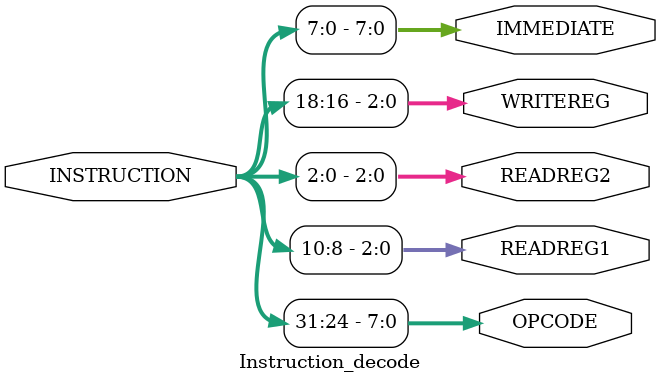
<source format=v>
/*
`timescale  1ns/100ps
Field Descriptions:
- OPCODE:    8-bit operation code (bits 31-24)
- WRITEREG:  3-bit destination register address (bits 20-18)
- READREG1:  3-bit first source register address (bits 10-8)
- READREG2:  3-bit second source register address (bits 2-0)
- IMMEDIATE: 8-bit immediate value for LOADI (bits 7-0)
*/

//==============================================================================
//                         INSTRUCTION DECODE MODULE
//==============================================================================
module Instruction_decode(INSTRUCTION,OPCODE,IMMEDIATE,READREG1,READREG2,WRITEREG);
    input  [31:0]INSTRUCTION;
    output reg [7:0]OPCODE;
    output reg [2:0] READREG1,READREG2,WRITEREG;
    output reg [7:0]IMMEDIATE;
    
    always @(INSTRUCTION) begin
            OPCODE=INSTRUCTION[31:24];      // Bits 31-24: Operation code
            READREG1=INSTRUCTION[10:8];     // Bits 10-8:  First source reg
            READREG2=INSTRUCTION[2:0];      // Bits 2-0:   Second source register    
            WRITEREG=INSTRUCTION[18:16];    // Bits 20-18: Destination register
            IMMEDIATE=INSTRUCTION[7:0];     // Bits 7-0:   Immediate value
    end
endmodule







//==============================================================================
// TESTBENCH FOR INSTRUCTION DECODE
// Verifies correct decoding of various instruction formats
//==============================================================================

// module testbench;
// reg [31:0] INSTRUCTION;
// wire [7:0] OPCODE,IMMEDIATE;
// wire [2:0] READREG1,READREG2,WRITEREG;

// Instruction_decode uut(INSTRUCTION,OPCODE,IMMEDIATE,READREG1,READREG2,WRITEREG);

// initial begin
//     $monitor("Time=%0t | INSTRUCTION=%b | OPCODE=%b | READREG1=%b | READREG2=%b | WRITEREG=%b | IMMEDIATE=%b",$time, INSTRUCTION, OPCODE, READREG1, READREG2, WRITEREG, IMMEDIATE);

//     // Test 1
//     INSTRUCTION = 32'b1001111_000011000_10101010_11110000;
    

//     $finish;
// end
// endmodule



</source>
